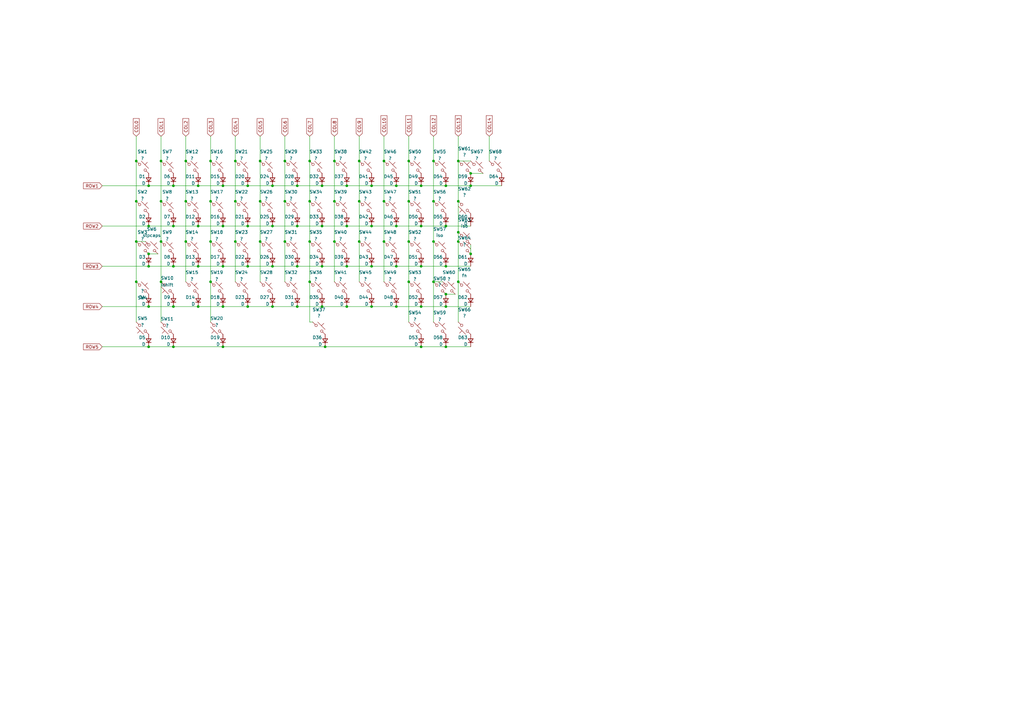
<source format=kicad_sch>
(kicad_sch (version 20250114) (generator "eeschema") (generator_version "9.0")
  (paper "A3")
  (lib_symbols
    (symbol "Device:D_Small" (pin_numbers (hide yes)) (pin_names (offset 0.254) (hide yes))
      (property "Reference" "D" (at -1.27 2.032 0))
      (property "Value" "D_Small" (at -3.81 -2.032 0))
      (symbol "D_Small_0_1"
        (polyline (pts (xy -0.762 0) (xy 0.762 0)))
        (polyline (pts (xy -0.762 -1.016) (xy -0.762 1.016)) (stroke (width 0.254)))
        (polyline (pts (xy 0.762 -1.016) (xy -0.762 0) (xy 0.762 1.016) (xy 0.762 -1.016)) (stroke (width 0.254)))
      )
      (symbol "D_Small_1_1"
        (pin passive line (at -2.54 0 0) (length 1.778) (name "K") (number "1"))
        (pin passive line (at 2.54 0 180) (length 1.778) (name "A") (number "2"))
      )
    )
    (symbol "marbastlib-mx:MX_SW_HS" (pin_numbers (hide yes)) (pin_names (offset 1.016) (hide yes))
      (property "Reference" "SW" (at 3.048 1.016 0))
      (property "Value" "MX_SW_HS" (at 0 -3.81 0))
      (symbol "MX_SW_HS_0_1"
        (polyline (pts (xy -2.54 2.54) (xy -1.524 1.524) (xy -1.524 1.524)))
        (circle (center -1.1684 1.1684) (radius 0.508))
        (polyline (pts (xy -0.508 2.54) (xy 2.54 -0.508)))
        (polyline (pts (xy 1.016 1.016) (xy 2.032 2.032)))
        (circle (center 1.143 -1.1938) (radius 0.508))
        (polyline (pts (xy 1.524 -1.524) (xy 2.54 -2.54) (xy 2.54 -2.54) (xy 2.54 -2.54)))
        (pin passive line (at -2.54 2.54 0) (length 0) (name "1") (number "1"))
        (pin passive line (at 2.54 -2.54 180) (length 0) (name "2") (number "2"))
      )
    )
  )
  (junction (at 187.96 66.04))
  (junction (at 71.12 142.24))
  (junction (at 76.2 82.55))
  (junction (at 66.04 99.06))
  (junction (at 187.96 99.06))
  (junction (at 127 82.55))
  (junction (at 162.56 109.22))
  (junction (at 60.96 142.24))
  (junction (at 91.44 142.24))
  (junction (at 182.88 142.24))
  (junction (at 111.76 125.73))
  (junction (at 132.08 109.22))
  (junction (at 86.36 82.55))
  (junction (at 101.6 76.2))
  (junction (at 142.24 76.2))
  (junction (at 121.92 125.73))
  (junction (at 167.64 99.06))
  (junction (at 187.96 82.55))
  (junction (at 96.52 82.55))
  (junction (at 172.72 109.22))
  (junction (at 167.64 115.57))
  (junction (at 60.96 109.22))
  (junction (at 127 115.57))
  (junction (at 86.36 115.57))
  (junction (at 152.4 92.71))
  (junction (at 157.48 99.06))
  (junction (at 157.48 66.04))
  (junction (at 142.24 125.73))
  (junction (at 167.64 82.55))
  (junction (at 182.88 109.22))
  (junction (at 81.28 76.2))
  (junction (at 172.72 142.24))
  (junction (at 55.88 66.04))
  (junction (at 142.24 92.71))
  (junction (at 157.48 82.55))
  (junction (at 193.04 104.14))
  (junction (at 60.96 125.73))
  (junction (at 76.2 66.04))
  (junction (at 81.28 92.71))
  (junction (at 187.96 95.25))
  (junction (at 86.36 99.06))
  (junction (at 60.96 92.71))
  (junction (at 152.4 109.22))
  (junction (at 182.88 120.65))
  (junction (at 71.12 125.73))
  (junction (at 177.8 99.06))
  (junction (at 121.92 109.22))
  (junction (at 111.76 109.22))
  (junction (at 177.8 66.04))
  (junction (at 121.92 92.71))
  (junction (at 133.35 142.24))
  (junction (at 142.24 109.22))
  (junction (at 101.6 109.22))
  (junction (at 167.64 66.04))
  (junction (at 137.16 99.06))
  (junction (at 60.96 76.2))
  (junction (at 116.84 82.55))
  (junction (at 147.32 82.55))
  (junction (at 96.52 66.04))
  (junction (at 66.04 82.55))
  (junction (at 147.32 66.04))
  (junction (at 86.36 66.04))
  (junction (at 132.08 92.71))
  (junction (at 162.56 76.2))
  (junction (at 91.44 109.22))
  (junction (at 66.04 115.57))
  (junction (at 55.88 99.06))
  (junction (at 55.88 82.55))
  (junction (at 152.4 76.2))
  (junction (at 111.76 92.71))
  (junction (at 137.16 66.04))
  (junction (at 127 66.04))
  (junction (at 91.44 76.2))
  (junction (at 187.96 115.57))
  (junction (at 106.68 99.06))
  (junction (at 66.04 66.04))
  (junction (at 147.32 99.06))
  (junction (at 172.72 76.2))
  (junction (at 182.88 92.71))
  (junction (at 193.04 71.12))
  (junction (at 132.08 76.2))
  (junction (at 81.28 125.73))
  (junction (at 182.88 76.2))
  (junction (at 96.52 99.06))
  (junction (at 76.2 99.06))
  (junction (at 116.84 99.06))
  (junction (at 106.68 66.04))
  (junction (at 172.72 125.73))
  (junction (at 182.88 125.73))
  (junction (at 193.04 76.2))
  (junction (at 162.56 125.73))
  (junction (at 177.8 82.55))
  (junction (at 137.16 82.55))
  (junction (at 71.12 92.71))
  (junction (at 71.12 109.22))
  (junction (at 127 99.06))
  (junction (at 101.6 125.73))
  (junction (at 177.8 115.57))
  (junction (at 60.96 104.14))
  (junction (at 172.72 92.71))
  (junction (at 121.92 76.2))
  (junction (at 55.88 115.57))
  (junction (at 81.28 109.22))
  (junction (at 152.4 125.73))
  (junction (at 116.84 66.04))
  (junction (at 71.12 76.2))
  (junction (at 91.44 125.73))
  (junction (at 106.68 82.55))
  (junction (at 132.08 125.73))
  (junction (at 111.76 76.2))
  (junction (at 101.6 92.71))
  (junction (at 162.56 92.71))
  (junction (at 91.44 92.71))
  (wire (pts (xy 137.16 99.06) (xy 137.16 115.57)))
  (wire (pts (xy 101.6 76.2) (xy 111.76 76.2)))
  (wire (pts (xy 66.04 82.55) (xy 66.04 99.06)))
  (wire (pts (xy 60.96 125.73) (xy 71.12 125.73)))
  (wire (pts (xy 66.04 115.57) (xy 66.04 132.08)))
  (wire (pts (xy 152.4 92.71) (xy 162.56 92.71)))
  (wire (pts (xy 187.96 95.25) (xy 187.96 99.06)))
  (wire (pts (xy 127 82.55) (xy 127 99.06)))
  (wire (pts (xy 106.68 55.88) (xy 106.68 66.04)))
  (wire (pts (xy 60.96 109.22) (xy 71.12 109.22)))
  (wire (pts (xy 132.08 76.2) (xy 142.24 76.2)))
  (wire (pts (xy 167.64 66.04) (xy 167.64 82.55)))
  (wire (pts (xy 152.4 76.2) (xy 162.56 76.2)))
  (wire (pts (xy 91.44 76.2) (xy 101.6 76.2)))
  (wire (pts (xy 177.8 115.57) (xy 177.8 132.08)))
  (wire (pts (xy 198.12 71.12) (xy 193.04 71.12)))
  (wire (pts (xy 86.36 66.04) (xy 86.36 82.55)))
  (wire (pts (xy 133.35 142.24) (xy 172.72 142.24)))
  (wire (pts (xy 182.88 142.24) (xy 193.04 142.24)))
  (wire (pts (xy 167.64 115.57) (xy 167.64 132.08)))
  (wire (pts (xy 177.8 99.06) (xy 177.8 115.57)))
  (wire (pts (xy 187.96 99.06) (xy 187.96 115.57)))
  (wire (pts (xy 127 115.57) (xy 127 132.08)))
  (wire (pts (xy 147.32 55.88) (xy 147.32 66.04)))
  (wire (pts (xy 41.91 76.2) (xy 60.96 76.2)))
  (wire (pts (xy 157.48 99.06) (xy 157.48 115.57)))
  (wire (pts (xy 86.36 55.88) (xy 86.36 66.04)))
  (wire (pts (xy 172.72 92.71) (xy 182.88 92.71)))
  (wire (pts (xy 60.96 92.71) (xy 71.12 92.71)))
  (wire (pts (xy 147.32 66.04) (xy 147.32 82.55)))
  (wire (pts (xy 127 99.06) (xy 127 115.57)))
  (wire (pts (xy 142.24 92.71) (xy 152.4 92.71)))
  (wire (pts (xy 132.08 125.73) (xy 142.24 125.73)))
  (wire (pts (xy 157.48 66.04) (xy 157.48 82.55)))
  (wire (pts (xy 116.84 66.04) (xy 116.84 82.55)))
  (wire (pts (xy 86.36 82.55) (xy 86.36 99.06)))
  (wire (pts (xy 187.96 115.57) (xy 187.96 132.08)))
  (wire (pts (xy 147.32 82.55) (xy 147.32 99.06)))
  (wire (pts (xy 137.16 55.88) (xy 137.16 66.04)))
  (wire (pts (xy 71.12 142.24) (xy 91.44 142.24)))
  (wire (pts (xy 193.04 76.2) (xy 205.74 76.2)))
  (wire (pts (xy 66.04 99.06) (xy 66.04 115.57)))
  (wire (pts (xy 193.04 100.33) (xy 193.04 104.14)))
  (wire (pts (xy 121.92 109.22) (xy 132.08 109.22)))
  (wire (pts (xy 111.76 109.22) (xy 121.92 109.22)))
  (wire (pts (xy 177.8 55.88) (xy 177.8 66.04)))
  (wire (pts (xy 81.28 76.2) (xy 91.44 76.2)))
  (wire (pts (xy 147.32 99.06) (xy 147.32 115.57)))
  (wire (pts (xy 59.69 99.06) (xy 55.88 99.06)))
  (wire (pts (xy 101.6 125.73) (xy 111.76 125.73)))
  (wire (pts (xy 71.12 109.22) (xy 81.28 109.22)))
  (wire (pts (xy 167.64 82.55) (xy 167.64 99.06)))
  (wire (pts (xy 55.88 55.88) (xy 55.88 66.04)))
  (wire (pts (xy 116.84 82.55) (xy 116.84 99.06)))
  (wire (pts (xy 91.44 125.73) (xy 101.6 125.73)))
  (wire (pts (xy 132.08 92.71) (xy 142.24 92.71)))
  (wire (pts (xy 55.88 82.55) (xy 55.88 99.06)))
  (wire (pts (xy 187.96 66.04) (xy 187.96 82.55)))
  (wire (pts (xy 177.8 66.04) (xy 177.8 82.55)))
  (wire (pts (xy 167.64 99.06) (xy 167.64 115.57)))
  (wire (pts (xy 182.88 109.22) (xy 172.72 109.22)))
  (wire (pts (xy 162.56 92.71) (xy 172.72 92.71)))
  (wire (pts (xy 187.96 55.88) (xy 187.96 66.04)))
  (wire (pts (xy 116.84 99.06) (xy 116.84 115.57)))
  (wire (pts (xy 152.4 109.22) (xy 162.56 109.22)))
  (wire (pts (xy 96.52 99.06) (xy 96.52 115.57)))
  (wire (pts (xy 96.52 82.55) (xy 96.52 99.06)))
  (wire (pts (xy 200.66 55.88) (xy 200.66 66.04)))
  (wire (pts (xy 142.24 125.73) (xy 152.4 125.73)))
  (wire (pts (xy 121.92 76.2) (xy 132.08 76.2)))
  (wire (pts (xy 55.88 99.06) (xy 55.88 115.57)))
  (wire (pts (xy 157.48 82.55) (xy 157.48 99.06)))
  (wire (pts (xy 172.72 125.73) (xy 182.88 125.73)))
  (wire (pts (xy 121.92 92.71) (xy 132.08 92.71)))
  (wire (pts (xy 76.2 82.55) (xy 76.2 99.06)))
  (wire (pts (xy 182.88 125.73) (xy 193.04 125.73)))
  (wire (pts (xy 101.6 92.71) (xy 111.76 92.71)))
  (wire (pts (xy 106.68 66.04) (xy 106.68 82.55)))
  (wire (pts (xy 137.16 82.55) (xy 137.16 99.06)))
  (wire (pts (xy 121.92 125.73) (xy 132.08 125.73)))
  (wire (pts (xy 142.24 76.2) (xy 152.4 76.2)))
  (wire (pts (xy 106.68 99.06) (xy 106.68 115.57)))
  (wire (pts (xy 111.76 125.73) (xy 121.92 125.73)))
  (wire (pts (xy 64.77 104.14) (xy 60.96 104.14)))
  (wire (pts (xy 106.68 82.55) (xy 106.68 99.06)))
  (wire (pts (xy 91.44 92.71) (xy 101.6 92.71)))
  (wire (pts (xy 81.28 109.22) (xy 91.44 109.22)))
  (wire (pts (xy 71.12 76.2) (xy 81.28 76.2)))
  (wire (pts (xy 132.08 109.22) (xy 142.24 109.22)))
  (wire (pts (xy 127 66.04) (xy 127 82.55)))
  (wire (pts (xy 187.96 82.55) (xy 187.96 95.25)))
  (wire (pts (xy 81.28 125.73) (xy 91.44 125.73)))
  (wire (pts (xy 86.36 99.06) (xy 86.36 115.57)))
  (wire (pts (xy 177.8 82.55) (xy 177.8 99.06)))
  (wire (pts (xy 60.96 142.24) (xy 71.12 142.24)))
  (wire (pts (xy 96.52 66.04) (xy 96.52 82.55)))
  (wire (pts (xy 142.24 109.22) (xy 152.4 109.22)))
  (wire (pts (xy 167.64 55.88) (xy 167.64 66.04)))
  (wire (pts (xy 162.56 109.22) (xy 172.72 109.22)))
  (wire (pts (xy 91.44 109.22) (xy 101.6 109.22)))
  (wire (pts (xy 172.72 76.2) (xy 182.88 76.2)))
  (wire (pts (xy 152.4 125.73) (xy 162.56 125.73)))
  (wire (pts (xy 41.91 92.71) (xy 60.96 92.71)))
  (wire (pts (xy 137.16 66.04) (xy 137.16 82.55)))
  (wire (pts (xy 41.91 109.22) (xy 60.96 109.22)))
  (wire (pts (xy 116.84 55.88) (xy 116.84 66.04)))
  (wire (pts (xy 41.91 142.24) (xy 60.96 142.24)))
  (wire (pts (xy 162.56 125.73) (xy 172.72 125.73)))
  (wire (pts (xy 111.76 92.71) (xy 121.92 92.71)))
  (wire (pts (xy 182.88 92.71) (xy 193.04 92.71)))
  (wire (pts (xy 172.72 142.24) (xy 182.88 142.24)))
  (wire (pts (xy 76.2 66.04) (xy 76.2 82.55)))
  (wire (pts (xy 41.91 125.73) (xy 60.96 125.73)))
  (wire (pts (xy 127 132.08) (xy 128.27 132.08)))
  (wire (pts (xy 91.44 142.24) (xy 133.35 142.24)))
  (wire (pts (xy 55.88 66.04) (xy 55.88 82.55)))
  (wire (pts (xy 182.88 76.2) (xy 193.04 76.2)))
  (wire (pts (xy 76.2 55.88) (xy 76.2 66.04)))
  (wire (pts (xy 157.48 55.88) (xy 157.48 66.04)))
  (wire (pts (xy 86.36 115.57) (xy 86.36 132.08)))
  (wire (pts (xy 193.04 66.04) (xy 187.96 66.04)))
  (wire (pts (xy 111.76 76.2) (xy 121.92 76.2)))
  (wire (pts (xy 81.28 92.71) (xy 91.44 92.71)))
  (wire (pts (xy 76.2 99.06) (xy 76.2 115.57)))
  (wire (pts (xy 60.96 76.2) (xy 71.12 76.2)))
  (wire (pts (xy 162.56 76.2) (xy 172.72 76.2)))
  (wire (pts (xy 127 55.88) (xy 127 66.04)))
  (wire (pts (xy 96.52 55.88) (xy 96.52 66.04)))
  (wire (pts (xy 66.04 55.88) (xy 66.04 66.04)))
  (wire (pts (xy 55.88 115.57) (xy 55.88 132.08)))
  (wire (pts (xy 71.12 92.71) (xy 81.28 92.71)))
  (wire (pts (xy 186.69 120.65) (xy 182.88 120.65)))
  (wire (pts (xy 193.04 109.22) (xy 182.88 109.22)))
  (wire (pts (xy 181.61 115.57) (xy 177.8 115.57)))
  (wire (pts (xy 101.6 109.22) (xy 111.76 109.22)))
  (wire (pts (xy 71.12 125.73) (xy 81.28 125.73)))
  (wire (pts (xy 66.04 66.04) (xy 66.04 82.55)))
  (global_label "COL10" (shape input) (at 157.48 55.88 90) (property "Intersheetrefs" "${INTERSHEET_REFS}" (effects (hide yes))))
  (global_label "COL2" (shape input) (at 76.2 55.88 90) (property "Intersheetrefs" "${INTERSHEET_REFS}" (effects (hide yes))))
  (global_label "ROW3" (shape input) (at 41.91 109.22 180) (property "Intersheetrefs" "${INTERSHEET_REFS}" (effects (hide yes))))
  (global_label "COL1" (shape input) (at 66.04 55.88 90) (property "Intersheetrefs" "${INTERSHEET_REFS}" (effects (hide yes))))
  (global_label "ROW2" (shape input) (at 41.91 92.71 180) (property "Intersheetrefs" "${INTERSHEET_REFS}" (effects (hide yes))))
  (global_label "COL8" (shape input) (at 137.16 55.88 90) (property "Intersheetrefs" "${INTERSHEET_REFS}" (effects (hide yes))))
  (global_label "COL4" (shape input) (at 96.52 55.88 90) (property "Intersheetrefs" "${INTERSHEET_REFS}" (effects (hide yes))))
  (global_label "COL7" (shape input) (at 127 55.88 90) (property "Intersheetrefs" "${INTERSHEET_REFS}" (effects (hide yes))))
  (global_label "ROW4" (shape input) (at 41.91 125.73 180) (property "Intersheetrefs" "${INTERSHEET_REFS}" (effects (hide yes))))
  (global_label "COL5" (shape input) (at 106.68 55.88 90) (property "Intersheetrefs" "${INTERSHEET_REFS}" (effects (hide yes))))
  (global_label "COL13" (shape input) (at 187.96 55.88 90) (property "Intersheetrefs" "${INTERSHEET_REFS}" (effects (hide yes))))
  (global_label "ROW5" (shape input) (at 41.91 142.24 180) (property "Intersheetrefs" "${INTERSHEET_REFS}" (effects (hide yes))))
  (global_label "ROW1" (shape input) (at 41.91 76.2 180) (property "Intersheetrefs" "${INTERSHEET_REFS}" (effects (hide yes))))
  (global_label "COL0" (shape input) (at 55.88 55.88 90) (property "Intersheetrefs" "${INTERSHEET_REFS}" (effects (hide yes))))
  (global_label "COL12" (shape input) (at 177.8 55.88 90) (property "Intersheetrefs" "${INTERSHEET_REFS}" (effects (hide yes))))
  (global_label "COL11" (shape input) (at 167.64 55.88 90) (property "Intersheetrefs" "${INTERSHEET_REFS}" (effects (hide yes))))
  (global_label "COL3" (shape input) (at 86.36 55.88 90) (property "Intersheetrefs" "${INTERSHEET_REFS}" (effects (hide yes))))
  (global_label "COL9" (shape input) (at 147.32 55.88 90) (property "Intersheetrefs" "${INTERSHEET_REFS}" (effects (hide yes))))
  (global_label "COL6" (shape input) (at 116.84 55.88 90) (property "Intersheetrefs" "${INTERSHEET_REFS}" (effects (hide yes))))
  (global_label "COL14" (shape input) (at 200.66 55.88 90) (property "Intersheetrefs" "${INTERSHEET_REFS}" (effects (hide yes))))
  (symbol (lib_id "Device:D_Small") (at 91.44 73.66 90) (unit 1)
    (property "Reference" "D15" (at 90.17 72.39 90) (effects (justify left)))
    (property "Value" "D" (at 90.17 75.1651 90) (effects (justify left)))
    (property "Footprint" "Diode_SMD:D_SOD-123" (effects (hide yes)))
  )
  (symbol (lib_id "marbastlib-mx:MX_SW_HS") (at 170.18 101.6 0) (unit 1)
    (property "Reference" "SW52" (at 170.18 95.2205 0))
    (property "Value" "?" (at 170.18 97.9956 0))
    (property "Footprint" "Battery:MX-Solderable-1U" (effects (hide yes)))
    (property "LCSC" "C5156480" (effects (hide yes)))
  )
  (symbol (lib_id "marbastlib-mx:MX_SW_HS") (at 58.42 118.11 0) (unit 1)
    (property "Reference" "SW4" (at 58.42 122.1551 0))
    (property "Value" "?" (at 58.42 119.38 0))
    (property "Footprint" "Battery:MX-Solderable-2.25U" (effects (hide yes)))
    (property "LCSC" "C5156480" (effects (hide yes)))
  )
  (symbol (lib_id "Device:D_Small") (at 162.56 90.17 90) (unit 1)
    (property "Reference" "D46" (at 161.29 88.9 90) (effects (justify left)))
    (property "Value" "D" (at 161.29 91.6751 90) (effects (justify left)))
    (property "Footprint" "Diode_SMD:D_SOD-123" (effects (hide yes)))
  )
  (symbol (lib_id "marbastlib-mx:MX_SW_HS") (at 109.22 85.09 0) (unit 1)
    (property "Reference" "SW26" (at 109.22 78.7105 0))
    (property "Value" "?" (at 109.22 81.4856 0))
    (property "Footprint" "Battery:MX-Solderable-1U" (effects (hide yes)))
    (property "LCSC" "C5156480" (effects (hide yes)))
  )
  (symbol (lib_id "marbastlib-mx:MX_SW_HS") (at 88.9 101.6 0) (unit 1)
    (property "Reference" "SW18" (at 88.9 95.2205 0))
    (property "Value" "?" (at 88.9 97.9956 0))
    (property "Footprint" "Battery:MX-Solderable-1U" (effects (hide yes)))
    (property "LCSC" "C5156480" (effects (hide yes)))
  )
  (symbol (lib_id "Device:D_Small") (at 60.96 73.66 90) (unit 1)
    (property "Reference" "D1" (at 59.69 72.39 90) (effects (justify left)))
    (property "Value" "D" (at 59.69 75.1651 90) (effects (justify left)))
    (property "Footprint" "Diode_SMD:D_SOD-123" (effects (hide yes)))
  )
  (symbol (lib_id "marbastlib-mx:MX_SW_HS") (at 119.38 68.58 0) (unit 1)
    (property "Reference" "SW29" (at 119.38 62.2005 0))
    (property "Value" "?" (at 119.38 64.9756 0))
    (property "Footprint" "Battery:MX-Solderable-1U" (effects (hide yes)))
    (property "LCSC" "C5156480" (effects (hide yes)))
  )
  (symbol (lib_id "marbastlib-mx:MX_SW_HS") (at 149.86 101.6 0) (unit 1)
    (property "Reference" "SW44" (at 149.86 95.2205 0))
    (property "Value" "?" (at 149.86 97.9956 0))
    (property "Footprint" "Battery:MX-Solderable-1U" (effects (hide yes)))
    (property "LCSC" "C5156480" (effects (hide yes)))
  )
  (symbol (lib_id "marbastlib-mx:MX_SW_HS") (at 203.2 68.58 0) (unit 1)
    (property "Reference" "SW68" (at 203.2 62.2005 0))
    (property "Value" "?" (at 203.2 64.9756 0))
    (property "Footprint" "Battery:MX-Solderable-1U" (effects (hide yes)))
    (property "LCSC" "C5156480" (effects (hide yes)))
  )
  (symbol (lib_id "Device:D_Small") (at 91.44 139.7 90) (unit 1)
    (property "Reference" "D19" (at 90.17 138.43 90) (effects (justify left)))
    (property "Value" "D" (at 90.17 141.2051 90) (effects (justify left)))
    (property "Footprint" "Diode_SMD:D_SOD-123" (effects (hide yes)))
  )
  (symbol (lib_id "Device:D_Small") (at 111.76 106.68 90) (unit 1)
    (property "Reference" "D26" (at 110.49 105.41 90) (effects (justify left)))
    (property "Value" "D" (at 110.49 108.1851 90) (effects (justify left)))
    (property "Footprint" "Diode_SMD:D_SOD-123" (effects (hide yes)))
  )
  (symbol (lib_id "marbastlib-mx:MX_SW_HS") (at 99.06 118.11 0) (unit 1)
    (property "Reference" "SW24" (at 99.06 111.7305 0))
    (property "Value" "?" (at 99.06 114.5056 0))
    (property "Footprint" "Battery:MX-Solderable-1U" (effects (hide yes)))
    (property "LCSC" "C5156480" (effects (hide yes)))
  )
  (symbol (lib_id "marbastlib-mx:MX_SW_HS") (at 109.22 118.11 0) (unit 1)
    (property "Reference" "SW28" (at 109.22 111.7305 0))
    (property "Value" "?" (at 109.22 114.5056 0))
    (property "Footprint" "Battery:MX-Solderable-1U" (effects (hide yes)))
    (property "LCSC" "C5156480" (effects (hide yes)))
  )
  (symbol (lib_id "marbastlib-mx:MX_SW_HS") (at 190.5 85.09 180) (unit 1)
    (property "Reference" "SW62" (at 190.5 77.47 0))
    (property "Value" "?" (at 190.5 80.01 0))
    (property "Footprint" "Battery:MX-Solderable-1.5U" (effects (hide yes)))
    (property "LCSC" "C5156480" (effects (hide yes)))
  )
  (symbol (lib_id "marbastlib-mx:MX_SW_HS") (at 184.15 118.11 0) (unit 1)
    (property "Reference" "SW60" (at 184.15 111.7305 0))
    (property "Value" "?" (at 184.15 114.5056 0))
    (property "Footprint" "Battery:MX-Solderable-1.75U" (effects (hide yes)))
    (property "LCSC" "C5156480" (effects (hide yes)))
  )
  (symbol (lib_id "marbastlib-mx:MX_SW_HS") (at 139.7 118.11 0) (unit 1)
    (property "Reference" "SW41" (at 139.7 111.7305 0))
    (property "Value" "?" (at 139.7 114.5056 0))
    (property "Footprint" "Battery:MX-Solderable-1U" (effects (hide yes)))
    (property "LCSC" "C5156480" (effects (hide yes)))
  )
  (symbol (lib_id "marbastlib-mx:MX_SW_HS") (at 160.02 68.58 0) (unit 1)
    (property "Reference" "SW46" (at 160.02 62.2005 0))
    (property "Value" "?" (at 160.02 64.9756 0))
    (property "Footprint" "Battery:MX-Solderable-1U" (effects (hide yes)))
    (property "LCSC" "C5156480" (effects (hide yes)))
  )
  (symbol (lib_id "marbastlib-mx:MX_SW_HS") (at 190.5 134.62 180) (unit 1)
    (property "Reference" "SW66" (at 190.5 127 0))
    (property "Value" "?" (at 190.5 129.54 0))
    (property "Footprint" "Battery:MX-Solderable-1.5U" (effects (hide yes)))
    (property "LCSC" "C5156480" (effects (hide yes)))
  )
  (symbol (lib_id "Device:D_Small") (at 152.4 73.66 90) (unit 1)
    (property "Reference" "D41" (at 151.13 72.39 90) (effects (justify left)))
    (property "Value" "D" (at 151.13 75.1651 90) (effects (justify left)))
    (property "Footprint" "Diode_SMD:D_SOD-123" (effects (hide yes)))
  )
  (symbol (lib_id "Device:D_Small") (at 172.72 123.19 90) (unit 1)
    (property "Reference" "D52" (at 171.45 121.92 90) (effects (justify left)))
    (property "Value" "D" (at 171.45 124.6951 90) (effects (justify left)))
    (property "Footprint" "Diode_SMD:D_SOD-123" (effects (hide yes)))
  )
  (symbol (lib_id "Device:D_Small") (at 71.12 90.17 90) (unit 1)
    (property "Reference" "D7" (at 69.85 88.9 90) (effects (justify left)))
    (property "Value" "D" (at 69.85 91.6751 90) (effects (justify left)))
    (property "Footprint" "Diode_SMD:D_SOD-123" (effects (hide yes)))
  )
  (symbol (lib_id "marbastlib-mx:MX_SW_HS") (at 149.86 118.11 0) (unit 1)
    (property "Reference" "SW45" (at 149.86 111.7305 0))
    (property "Value" "?" (at 149.86 114.5056 0))
    (property "Footprint" "Battery:MX-Solderable-1U" (effects (hide yes)))
    (property "LCSC" "C5156480" (effects (hide yes)))
  )
  (symbol (lib_id "Device:D_Small") (at 193.04 73.66 90) (unit 1)
    (property "Reference" "D59" (at 191.77 72.39 90) (effects (justify left)))
    (property "Value" "D" (at 191.77 75.1651 90) (effects (justify left)))
    (property "Footprint" "Diode_SMD:D_SOD-123" (effects (hide yes)))
  )
  (symbol (lib_id "marbastlib-mx:MX_SW_HS") (at 170.18 85.09 0) (unit 1)
    (property "Reference" "SW51" (at 170.18 78.7105 0))
    (property "Value" "?" (at 170.18 81.4856 0))
    (property "Footprint" "Battery:MX-Solderable-1U" (effects (hide yes)))
    (property "LCSC" "C5156480" (effects (hide yes)))
  )
  (symbol (lib_id "Device:D_Small") (at 193.04 139.7 90) (unit 1)
    (property "Reference" "D63" (at 191.77 138.43 90) (effects (justify left)))
    (property "Value" "D" (at 191.77 141.2051 90) (effects (justify left)))
    (property "Footprint" "Diode_SMD:D_SOD-123" (effects (hide yes)))
  )
  (symbol (lib_id "marbastlib-mx:MX_SW_HS") (at 170.18 118.11 0) (unit 1)
    (property "Reference" "SW53" (at 170.18 111.7305 0))
    (property "Value" "?" (at 170.18 114.5056 0))
    (property "Footprint" "Battery:MX-Solderable-1U" (effects (hide yes)))
    (property "LCSC" "C5156480" (effects (hide yes)))
  )
  (symbol (lib_id "marbastlib-mx:MX_SW_HS") (at 88.9 68.58 0) (unit 1)
    (property "Reference" "SW16" (at 88.9 62.2005 0))
    (property "Value" "?" (at 88.9 64.9756 0))
    (property "Footprint" "Battery:MX-Solderable-1U" (effects (hide yes)))
    (property "LCSC" "C5156480" (effects (hide yes)))
  )
  (symbol (lib_id "Device:D_Small") (at 121.92 90.17 90) (unit 1)
    (property "Reference" "D29" (at 120.65 88.9 90) (effects (justify left)))
    (property "Value" "D" (at 120.65 91.6751 90) (effects (justify left)))
    (property "Footprint" "Diode_SMD:D_SOD-123" (effects (hide yes)))
  )
  (symbol (lib_id "Device:D_Small") (at 71.12 106.68 90) (unit 1)
    (property "Reference" "D8" (at 69.85 105.41 90) (effects (justify left)))
    (property "Value" "D" (at 69.85 108.1851 90) (effects (justify left)))
    (property "Footprint" "Diode_SMD:D_SOD-123" (effects (hide yes)))
  )
  (symbol (lib_id "marbastlib-mx:MX_SW_HS") (at 78.74 85.09 0) (unit 1)
    (property "Reference" "SW13" (at 78.74 78.7105 0))
    (property "Value" "?" (at 78.74 81.4856 0))
    (property "Footprint" "Battery:MX-Solderable-1U" (effects (hide yes)))
    (property "LCSC" "C5156480" (effects (hide yes)))
  )
  (symbol (lib_id "Device:D_Small") (at 81.28 90.17 90) (unit 1)
    (property "Reference" "D12" (at 80.01 88.9 90) (effects (justify left)))
    (property "Value" "D" (at 80.01 91.6751 90) (effects (justify left)))
    (property "Footprint" "Diode_SMD:D_SOD-123" (effects (hide yes)))
  )
  (symbol (lib_id "Device:D_Small") (at 193.04 90.17 90) (unit 1)
    (property "Reference" "D60" (at 191.77 88.9 90) (effects (justify left)))
    (property "Value" "D" (at 191.77 91.6751 90) (effects (justify left)))
    (property "Footprint" "Diode_SMD:D_SOD-123" (effects (hide yes)))
  )
  (symbol (lib_id "marbastlib-mx:MX_SW_HS") (at 129.54 118.11 0) (unit 1)
    (property "Reference" "SW36" (at 129.54 111.7305 0))
    (property "Value" "?" (at 129.54 114.5056 0))
    (property "Footprint" "Battery:MX-Solderable-1U" (effects (hide yes)))
    (property "LCSC" "C5156480" (effects (hide yes)))
  )
  (symbol (lib_id "Device:D_Small") (at 162.56 123.19 90) (unit 1)
    (property "Reference" "D48" (at 161.29 121.92 90) (effects (justify left)))
    (property "Value" "D" (at 161.29 124.6951 90) (effects (justify left)))
    (property "Footprint" "Diode_SMD:D_SOD-123" (effects (hide yes)))
  )
  (symbol (lib_id "marbastlib-mx:MX_SW_HS") (at 170.18 134.62 0) (unit 1)
    (property "Reference" "SW54" (at 170.18 128.2405 0))
    (property "Value" "?" (at 170.18 131.0156 0))
    (property "Footprint" "Battery:MX-Solderable-1.5U" (effects (hide yes)))
    (property "LCSC" "C5156480" (effects (hide yes)))
  )
  (symbol (lib_id "Device:D_Small") (at 182.88 123.19 90) (unit 1)
    (property "Reference" "D57" (at 181.61 121.92 90) (effects (justify left)))
    (property "Value" "D" (at 181.61 124.6951 90) (effects (justify left)))
    (property "Footprint" "Diode_SMD:D_SOD-123" (effects (hide yes)))
  )
  (symbol (lib_id "Device:D_Small") (at 182.88 139.7 90) (unit 1)
    (property "Reference" "D58" (at 181.61 138.43 90) (effects (justify left)))
    (property "Value" "D" (at 181.61 141.2051 90) (effects (justify left)))
    (property "Footprint" "Diode_SMD:D_SOD-123" (effects (hide yes)))
  )
  (symbol (lib_id "Device:D_Small") (at 172.72 73.66 90) (unit 1)
    (property "Reference" "D49" (at 171.45 72.39 90) (effects (justify left)))
    (property "Value" "D" (at 171.45 75.1651 90) (effects (justify left)))
    (property "Footprint" "Diode_SMD:D_SOD-123" (effects (hide yes)))
  )
  (symbol (lib_id "Device:D_Small") (at 182.88 73.66 90) (unit 1)
    (property "Reference" "D54" (at 181.61 72.39 90) (effects (justify left)))
    (property "Value" "D" (at 181.61 75.1651 90) (effects (justify left)))
    (property "Footprint" "Diode_SMD:D_SOD-123" (effects (hide yes)))
  )
  (symbol (lib_id "Device:D_Small") (at 142.24 90.17 90) (unit 1)
    (property "Reference" "D38" (at 140.97 88.9 90) (effects (justify left)))
    (property "Value" "D" (at 140.97 91.6751 90) (effects (justify left)))
    (property "Footprint" "Diode_SMD:D_SOD-123" (effects (hide yes)))
  )
  (symbol (lib_id "Device:D_Small") (at 111.76 90.17 90) (unit 1)
    (property "Reference" "D25" (at 110.49 88.9 90) (effects (justify left)))
    (property "Value" "D" (at 110.49 91.6751 90) (effects (justify left)))
    (property "Footprint" "Diode_SMD:D_SOD-123" (effects (hide yes)))
  )
  (symbol (lib_id "marbastlib-mx:MX_SW_HS") (at 68.58 101.6 0) (unit 1)
    (property "Reference" "SW9" (at 68.58 95.2205 0))
    (property "Value" "?" (at 68.58 97.9956 0))
    (property "Footprint" "Battery:MX-Solderable-1U" (effects (hide yes)))
    (property "LCSC" "C5156480" (effects (hide yes)))
  )
  (symbol (lib_id "marbastlib-mx:MX_SW_HS") (at 119.38 118.11 0) (unit 1)
    (property "Reference" "SW32" (at 119.38 111.7305 0))
    (property "Value" "?" (at 119.38 114.5056 0))
    (property "Footprint" "Battery:MX-Solderable-1U" (effects (hide yes)))
    (property "LCSC" "C5156480" (effects (hide yes)))
  )
  (symbol (lib_id "marbastlib-mx:MX_SW_HS") (at 109.22 101.6 0) (unit 1)
    (property "Reference" "SW27" (at 109.22 95.2205 0))
    (property "Value" "?" (at 109.22 97.9956 0))
    (property "Footprint" "Battery:MX-Solderable-1U" (effects (hide yes)))
    (property "LCSC" "C5156480" (effects (hide yes)))
  )
  (symbol (lib_id "Device:D_Small") (at 71.12 73.66 90) (unit 1)
    (property "Reference" "D6" (at 69.85 72.39 90) (effects (justify left)))
    (property "Value" "D" (at 69.85 75.1651 90) (effects (justify left)))
    (property "Footprint" "Diode_SMD:D_SOD-123" (effects (hide yes)))
  )
  (symbol (lib_id "marbastlib-mx:MX_SW_HS") (at 190.5 97.79 0) (unit 1)
    (property "Reference" "SW63" (at 190.5 90.17 0))
    (property "Value" "iso" (at 190.5 92.71 0))
    (property "Footprint" "Battery:MX-Solderable-ISO" (effects (hide yes)))
    (property "LCSC" "C5156480" (effects (hide yes)))
  )
  (symbol (lib_id "Device:D_Small") (at 71.12 139.7 90) (unit 1)
    (property "Reference" "D10" (at 69.85 138.43 90) (effects (justify left)))
    (property "Value" "D" (at 69.85 141.2051 90) (effects (justify left)))
    (property "Footprint" "Diode_SMD:D_SOD-123" (effects (hide yes)))
  )
  (symbol (lib_id "marbastlib-mx:MX_SW_HS") (at 190.5 101.6 0) (unit 1)
    (property "Reference" "SW64" (at 190.5 97.5549 0))
    (property "Value" "?" (at 190.5 100.33 0))
    (property "Footprint" "Battery:MX-Solderable-2.25U-ReversedStabilizers" (effects (hide yes)))
    (property "LCSC" "C5156480" (effects (hide yes)))
  )
  (symbol (lib_id "marbastlib-mx:MX_SW_HS") (at 68.58 134.62 180) (unit 1)
    (property "Reference" "SW11" (at 68.58 130.81 0))
    (property "Value" "?" (at 68.58 133.5851 0))
    (property "Footprint" "Battery:MX-Solderable-1U" (effects (hide yes)))
    (property "LCSC" "C5156480" (effects (hide yes)))
  )
  (symbol (lib_id "marbastlib-mx:MX_SW_HS") (at 119.38 101.6 0) (unit 1)
    (property "Reference" "SW31" (at 119.38 95.2205 0))
    (property "Value" "?" (at 119.38 97.9956 0))
    (property "Footprint" "Battery:MX-Solderable-1U" (effects (hide yes)))
    (property "LCSC" "C5156480" (effects (hide yes)))
  )
  (symbol (lib_id "marbastlib-mx:MX_SW_HS") (at 109.22 68.58 0) (unit 1)
    (property "Reference" "SW25" (at 109.22 62.2005 0))
    (property "Value" "?" (at 109.22 64.9756 0))
    (property "Footprint" "Battery:MX-Solderable-1U" (effects (hide yes)))
    (property "LCSC" "C5156480" (effects (hide yes)))
  )
  (symbol (lib_id "Device:D_Small") (at 91.44 90.17 90) (unit 1)
    (property "Reference" "D16" (at 90.17 88.9 90) (effects (justify left)))
    (property "Value" "D" (at 90.17 91.6751 90) (effects (justify left)))
    (property "Footprint" "Diode_SMD:D_SOD-123" (effects (hide yes)))
  )
  (symbol (lib_id "Device:D_Small") (at 132.08 123.19 90) (unit 1)
    (property "Reference" "D35" (at 130.81 121.92 90) (effects (justify left)))
    (property "Value" "D" (at 130.81 124.6951 90) (effects (justify left)))
    (property "Footprint" "Diode_SMD:D_SOD-123" (effects (hide yes)))
  )
  (symbol (lib_id "Device:D_Small") (at 101.6 90.17 90) (unit 1)
    (property "Reference" "D21" (at 100.33 88.9 90) (effects (justify left)))
    (property "Value" "D" (at 100.33 91.6751 90) (effects (justify left)))
    (property "Footprint" "Diode_SMD:D_SOD-123" (effects (hide yes)))
  )
  (symbol (lib_id "Device:D_Small") (at 121.92 106.68 90) (unit 1)
    (property "Reference" "D30" (at 120.65 105.41 90) (effects (justify left)))
    (property "Value" "D" (at 120.65 108.1851 90) (effects (justify left)))
    (property "Footprint" "Diode_SMD:D_SOD-123" (effects (hide yes)))
  )
  (symbol (lib_id "Device:D_Small") (at 205.74 73.66 90) (unit 1)
    (property "Reference" "D64" (at 204.47 72.39 90) (effects (justify left)))
    (property "Value" "D" (at 204.47 75.1651 90) (effects (justify left)))
    (property "Footprint" "Diode_SMD:D_SOD-123" (effects (hide yes)))
  )
  (symbol (lib_id "marbastlib-mx:MX_SW_HS") (at 149.86 85.09 0) (unit 1)
    (property "Reference" "SW43" (at 149.86 78.7105 0))
    (property "Value" "?" (at 149.86 81.4856 0))
    (property "Footprint" "Battery:MX-Solderable-1U" (effects (hide yes)))
    (property "LCSC" "C5156480" (effects (hide yes)))
  )
  (symbol (lib_id "Device:D_Small") (at 60.96 90.17 90) (unit 1)
    (property "Reference" "D2" (at 59.69 88.9 90) (effects (justify left)))
    (property "Value" "D" (at 59.69 91.6751 90) (effects (justify left)))
    (property "Footprint" "Diode_SMD:D_SOD-123" (effects (hide yes)))
  )
  (symbol (lib_id "Device:D_Small") (at 172.72 106.68 90) (unit 1)
    (property "Reference" "D51" (at 171.45 105.41 90) (effects (justify left)))
    (property "Value" "D" (at 171.45 108.1851 90) (effects (justify left)))
    (property "Footprint" "Diode_SMD:D_SOD-123" (effects (hide yes)))
  )
  (symbol (lib_id "Device:D_Small") (at 142.24 106.68 90) (unit 1)
    (property "Reference" "D39" (at 140.97 105.41 90) (effects (justify left)))
    (property "Value" "D" (at 140.97 108.1851 90) (effects (justify left)))
    (property "Footprint" "Diode_SMD:D_SOD-123" (effects (hide yes)))
  )
  (symbol (lib_id "Device:D_Small") (at 193.04 106.68 90) (unit 1)
    (property "Reference" "D61" (at 191.77 105.41 90) (effects (justify left)))
    (property "Value" "D" (at 191.77 108.1851 90) (effects (justify left)))
    (property "Footprint" "Diode_SMD:D_SOD-123" (effects (hide yes)))
  )
  (symbol (lib_id "Device:D_Small") (at 132.08 73.66 90) (unit 1)
    (property "Reference" "D32" (at 130.81 72.39 90) (effects (justify left)))
    (property "Value" "D" (at 130.81 75.1651 90) (effects (justify left)))
    (property "Footprint" "Diode_SMD:D_SOD-123" (effects (hide yes)))
  )
  (symbol (lib_id "Device:D_Small") (at 101.6 73.66 90) (unit 1)
    (property "Reference" "D20" (at 100.33 72.39 90) (effects (justify left)))
    (property "Value" "D" (at 100.33 75.1651 90) (effects (justify left)))
    (property "Footprint" "Diode_SMD:D_SOD-123" (effects (hide yes)))
  )
  (symbol (lib_id "marbastlib-mx:MX_SW_HS") (at 160.02 118.11 0) (unit 1)
    (property "Reference" "SW49" (at 160.02 111.7305 0))
    (property "Value" "?" (at 160.02 114.5056 0))
    (property "Footprint" "Battery:MX-Solderable-1U" (effects (hide yes)))
    (property "LCSC" "C5156480" (effects (hide yes)))
  )
  (symbol (lib_id "marbastlib-mx:MX_SW_HS") (at 129.54 85.09 0) (unit 1)
    (property "Reference" "SW34" (at 129.54 78.7105 0))
    (property "Value" "?" (at 129.54 81.4856 0))
    (property "Footprint" "Battery:MX-Solderable-1U" (effects (hide yes)))
    (property "LCSC" "C5156480" (effects (hide yes)))
  )
  (symbol (lib_id "Device:D_Small") (at 121.92 73.66 90) (unit 1)
    (property "Reference" "D28" (at 120.65 72.39 90) (effects (justify left)))
    (property "Value" "D" (at 120.65 75.1651 90) (effects (justify left)))
    (property "Footprint" "Diode_SMD:D_SOD-123" (effects (hide yes)))
  )
  (symbol (lib_id "marbastlib-mx:MX_SW_HS") (at 62.23 101.6 0) (unit 1)
    (property "Reference" "SW6" (at 62.23 93.98 0))
    (property "Value" "stpcaps" (at 62.23 96.52 0))
    (property "Footprint" "Battery:MX-Solderable-1.25U" (effects (hide yes)))
    (property "LCSC" "C5156480" (effects (hide yes)))
  )
  (symbol (lib_id "Device:D_Small") (at 71.12 123.19 90) (unit 1)
    (property "Reference" "D9" (at 69.85 121.92 90) (effects (justify left)))
    (property "Value" "D" (at 69.85 124.6951 90) (effects (justify left)))
    (property "Footprint" "Diode_SMD:D_SOD-123" (effects (hide yes)))
  )
  (symbol (lib_id "marbastlib-mx:MX_SW_HS") (at 180.34 85.09 0) (unit 1)
    (property "Reference" "SW56" (at 180.34 78.7105 0))
    (property "Value" "?" (at 180.34 81.4856 0))
    (property "Footprint" "Battery:MX-Solderable-1U" (effects (hide yes)))
    (property "LCSC" "C5156480" (effects (hide yes)))
  )
  (symbol (lib_id "marbastlib-mx:MX_SW_HS") (at 139.7 101.6 0) (unit 1)
    (property "Reference" "SW40" (at 139.7 95.2205 0))
    (property "Value" "?" (at 139.7 97.9956 0))
    (property "Footprint" "Battery:MX-Solderable-1U" (effects (hide yes)))
    (property "LCSC" "C5156480" (effects (hide yes)))
  )
  (symbol (lib_id "Device:D_Small") (at 142.24 123.19 90) (unit 1)
    (property "Reference" "D40" (at 140.97 121.92 90) (effects (justify left)))
    (property "Value" "D" (at 140.97 124.6951 90) (effects (justify left)))
    (property "Footprint" "Diode_SMD:D_SOD-123" (effects (hide yes)))
  )
  (symbol (lib_id "Device:D_Small") (at 111.76 123.19 90) (unit 1)
    (property "Reference" "D27" (at 110.49 121.92 90) (effects (justify left)))
    (property "Value" "D" (at 110.49 124.6951 90) (effects (justify left)))
    (property "Footprint" "Diode_SMD:D_SOD-123" (effects (hide yes)))
  )
  (symbol (lib_id "Device:D_Small") (at 162.56 73.66 90) (unit 1)
    (property "Reference" "D45" (at 161.29 72.39 90) (effects (justify left)))
    (property "Value" "D" (at 161.29 75.1651 90) (effects (justify left)))
    (property "Footprint" "Diode_SMD:D_SOD-123" (effects (hide yes)))
  )
  (symbol (lib_id "marbastlib-mx:MX_SW_HS") (at 68.58 68.58 0) (unit 1)
    (property "Reference" "SW7" (at 68.58 62.2005 0))
    (property "Value" "?" (at 68.58 64.9756 0))
    (property "Footprint" "Battery:MX-Solderable-1U" (effects (hide yes)))
    (property "LCSC" "C5156480" (effects (hide yes)))
  )
  (symbol (lib_id "Device:D_Small") (at 152.4 90.17 90) (unit 1)
    (property "Reference" "D42" (at 151.13 88.9 90) (effects (justify left)))
    (property "Value" "D" (at 151.13 91.6751 90) (effects (justify left)))
    (property "Footprint" "Diode_SMD:D_SOD-123" (effects (hide yes)))
  )
  (symbol (lib_id "marbastlib-mx:MX_SW_HS") (at 58.42 68.58 0) (unit 1)
    (property "Reference" "SW1" (at 58.42 62.2005 0))
    (property "Value" "?" (at 58.42 64.9756 0))
    (property "Footprint" "Battery:MX-Solderable-1U" (effects (hide yes)))
    (property "LCSC" "C5156480" (effects (hide yes)))
  )
  (symbol (lib_id "marbastlib-mx:MX_SW_HS") (at 139.7 68.58 0) (unit 1)
    (property "Reference" "SW38" (at 139.7 62.2005 0))
    (property "Value" "?" (at 139.7 64.9756 0))
    (property "Footprint" "Battery:MX-Solderable-1U" (effects (hide yes)))
    (property "LCSC" "C5156480" (effects (hide yes)))
  )
  (symbol (lib_id "marbastlib-mx:MX_SW_HS") (at 78.74 68.58 0) (unit 1)
    (property "Reference" "SW12" (at 78.74 62.2005 0))
    (property "Value" "?" (at 78.74 64.9756 0))
    (property "Footprint" "Battery:MX-Solderable-1U" (effects (hide yes)))
    (property "LCSC" "C5156480" (effects (hide yes)))
  )
  (symbol (lib_id "Device:D_Small") (at 152.4 123.19 90) (unit 1)
    (property "Reference" "D44" (at 151.13 121.92 90) (effects (justify left)))
    (property "Value" "D" (at 151.13 124.6951 90) (effects (justify left)))
    (property "Footprint" "Diode_SMD:D_SOD-123" (effects (hide yes)))
  )
  (symbol (lib_id "marbastlib-mx:MX_SW_HS") (at 68.58 118.11 180) (unit 1)
    (property "Reference" "SW10" (at 68.58 114.0649 0))
    (property "Value" "lshift" (at 68.58 116.84 0))
    (property "Footprint" "Battery:MX-Solderable-1U" (effects (hide yes)))
    (property "LCSC" "C5156480" (effects (hide yes)))
  )
  (symbol (lib_id "marbastlib-mx:MX_SW_HS") (at 99.06 101.6 0) (unit 1)
    (property "Reference" "SW23" (at 99.06 95.2205 0))
    (property "Value" "?" (at 99.06 97.9956 0))
    (property "Footprint" "Battery:MX-Solderable-1U" (effects (hide yes)))
    (property "LCSC" "C5156480" (effects (hide yes)))
  )
  (symbol (lib_id "Device:D_Small") (at 132.08 106.68 90) (unit 1)
    (property "Reference" "D34" (at 130.81 105.41 90) (effects (justify left)))
    (property "Value" "D" (at 130.81 108.1851 90) (effects (justify left)))
    (property "Footprint" "Diode_SMD:D_SOD-123" (effects (hide yes)))
  )
  (symbol (lib_id "marbastlib-mx:MX_SW_HS") (at 88.9 118.11 0) (unit 1)
    (property "Reference" "SW19" (at 88.9 111.7305 0))
    (property "Value" "?" (at 88.9 114.5056 0))
    (property "Footprint" "Battery:MX-Solderable-1U" (effects (hide yes)))
    (property "LCSC" "C5156480" (effects (hide yes)))
  )
  (symbol (lib_id "marbastlib-mx:MX_SW_HS") (at 180.34 134.62 0) (unit 1)
    (property "Reference" "SW59" (at 180.34 128.2405 0))
    (property "Value" "?" (at 180.34 131.0156 0))
    (property "Footprint" "Battery:MX-Solderable-1U" (effects (hide yes)))
    (property "LCSC" "C5156480" (effects (hide yes)))
  )
  (symbol (lib_id "marbastlib-mx:MX_SW_HS") (at 180.34 101.6 0) (unit 1)
    (property "Reference" "SW57" (at 180.34 93.98 0))
    (property "Value" "iso" (at 180.34 96.52 0))
    (property "Footprint" "Battery:MX-Solderable-1U" (effects (hide yes)))
    (property "LCSC" "C5156480" (effects (hide yes)))
  )
  (symbol (lib_id "Device:D_Small") (at 172.72 90.17 90) (unit 1)
    (property "Reference" "D50" (at 171.45 88.9 90) (effects (justify left)))
    (property "Value" "D" (at 171.45 91.6751 90) (effects (justify left)))
    (property "Footprint" "Diode_SMD:D_SOD-123" (effects (hide yes)))
  )
  (symbol (lib_id "marbastlib-mx:MX_SW_HS") (at 58.42 134.62 180) (unit 1)
    (property "Reference" "SW5" (at 58.42 130.5749 0))
    (property "Value" "?" (at 58.42 133.35 0))
    (property "Footprint" "Battery:MX-Solderable-1.5U" (effects (hide yes)))
    (property "LCSC" "C5156480" (effects (hide yes)))
  )
  (symbol (lib_id "marbastlib-mx:MX_SW_HS") (at 180.34 68.58 0) (unit 1)
    (property "Reference" "SW55" (at 180.34 62.2005 0))
    (property "Value" "?" (at 180.34 64.9756 0))
    (property "Footprint" "Battery:MX-Solderable-1U" (effects (hide yes)))
    (property "LCSC" "C5156480" (effects (hide yes)))
  )
  (symbol (lib_id "marbastlib-mx:MX_SW_HS") (at 129.54 101.6 0) (unit 1)
    (property "Reference" "SW35" (at 129.54 95.2205 0))
    (property "Value" "?" (at 129.54 97.9956 0))
    (property "Footprint" "Battery:MX-Solderable-1U" (effects (hide yes)))
    (property "LCSC" "C5156480" (effects (hide yes)))
  )
  (symbol (lib_id "marbastlib-mx:MX_SW_HS") (at 195.58 68.58 0) (unit 1)
    (property "Reference" "SW67" (at 195.58 62.2005 0))
    (property "Value" "?" (at 195.58 64.9756 0))
    (property "Footprint" "Battery:MX-Solderable-1U" (effects (hide yes)))
    (property "LCSC" "C5156480" (effects (hide yes)))
  )
  (symbol (lib_id "Device:D_Small") (at 91.44 123.19 90) (unit 1)
    (property "Reference" "D18" (at 90.17 121.92 90) (effects (justify left)))
    (property "Value" "D" (at 90.17 124.6951 90) (effects (justify left)))
    (property "Footprint" "Diode_SMD:D_SOD-123" (effects (hide yes)))
  )
  (symbol (lib_id "marbastlib-mx:MX_SW_HS") (at 160.02 85.09 0) (unit 1)
    (property "Reference" "SW47" (at 160.02 78.7105 0))
    (property "Value" "?" (at 160.02 81.4856 0))
    (property "Footprint" "Battery:MX-Solderable-1U" (effects (hide yes)))
    (property "LCSC" "C5156480" (effects (hide yes)))
  )
  (symbol (lib_id "Device:D_Small") (at 133.35 139.7 90) (unit 1)
    (property "Reference" "D36" (at 132.08 138.43 90) (effects (justify left)))
    (property "Value" "D" (at 132.08 141.2051 90) (effects (justify left)))
    (property "Footprint" "Diode_SMD:D_SOD-123" (effects (hide yes)))
  )
  (symbol (lib_id "Device:D_Small") (at 81.28 123.19 90) (unit 1)
    (property "Reference" "D14" (at 80.01 121.92 90) (effects (justify left)))
    (property "Value" "D" (at 80.01 124.6951 90) (effects (justify left)))
    (property "Footprint" "Diode_SMD:D_SOD-123" (effects (hide yes)))
  )
  (symbol (lib_id "marbastlib-mx:MX_SW_HS") (at 99.06 85.09 0) (unit 1)
    (property "Reference" "SW22" (at 99.06 78.7105 0))
    (property "Value" "?" (at 99.06 81.4856 0))
    (property "Footprint" "Battery:MX-Solderable-1U" (effects (hide yes)))
    (property "LCSC" "C5156480" (effects (hide yes)))
  )
  (symbol (lib_id "Device:D_Small") (at 152.4 106.68 90) (unit 1)
    (property "Reference" "D43" (at 151.13 105.41 90) (effects (justify left)))
    (property "Value" "D" (at 151.13 108.1851 90) (effects (justify left)))
    (property "Footprint" "Diode_SMD:D_SOD-123" (effects (hide yes)))
  )
  (symbol (lib_id "Device:D_Small") (at 60.96 106.68 90) (unit 1)
    (property "Reference" "D3" (at 59.69 105.41 90) (effects (justify left)))
    (property "Value" "D" (at 59.69 108.1851 90) (effects (justify left)))
    (property "Footprint" "Diode_SMD:D_SOD-123" (effects (hide yes)))
  )
  (symbol (lib_id "Device:D_Small") (at 142.24 73.66 90) (unit 1)
    (property "Reference" "D37" (at 140.97 72.39 90) (effects (justify left)))
    (property "Value" "D" (at 140.97 75.1651 90) (effects (justify left)))
    (property "Footprint" "Diode_SMD:D_SOD-123" (effects (hide yes)))
  )
  (symbol (lib_id "Device:D_Small") (at 121.92 123.19 90) (unit 1)
    (property "Reference" "D31" (at 120.65 121.92 90) (effects (justify left)))
    (property "Value" "D" (at 120.65 124.6951 90) (effects (justify left)))
    (property "Footprint" "Diode_SMD:D_SOD-123" (effects (hide yes)))
  )
  (symbol (lib_id "marbastlib-mx:MX_SW_HS") (at 78.74 101.6 0) (unit 1)
    (property "Reference" "SW14" (at 78.74 95.2205 0))
    (property "Value" "?" (at 78.74 97.9956 0))
    (property "Footprint" "Battery:MX-Solderable-1U" (effects (hide yes)))
    (property "LCSC" "C5156480" (effects (hide yes)))
  )
  (symbol (lib_id "Device:D_Small") (at 193.04 123.19 90) (unit 1)
    (property "Reference" "D62" (at 191.77 121.92 90) (effects (justify left)))
    (property "Value" "D" (at 191.77 124.6951 90) (effects (justify left)))
    (property "Footprint" "Diode_SMD:D_SOD-123" (effects (hide yes)))
  )
  (symbol (lib_id "marbastlib-mx:MX_SW_HS") (at 170.18 68.58 0) (unit 1)
    (property "Reference" "SW50" (at 170.18 62.2005 0))
    (property "Value" "?" (at 170.18 64.9756 0))
    (property "Footprint" "Battery:MX-Solderable-1U" (effects (hide yes)))
    (property "LCSC" "C5156480" (effects (hide yes)))
  )
  (symbol (lib_id "marbastlib-mx:MX_SW_HS") (at 139.7 85.09 0) (unit 1)
    (property "Reference" "SW39" (at 139.7 78.7105 0))
    (property "Value" "?" (at 139.7 81.4856 0))
    (property "Footprint" "Battery:MX-Solderable-1U" (effects (hide yes)))
    (property "LCSC" "C5156480" (effects (hide yes)))
  )
  (symbol (lib_id "Device:D_Small") (at 172.72 139.7 90) (unit 1)
    (property "Reference" "D53" (at 171.45 138.43 90) (effects (justify left)))
    (property "Value" "D" (at 171.45 141.2051 90) (effects (justify left)))
    (property "Footprint" "Diode_SMD:D_SOD-123" (effects (hide yes)))
  )
  (symbol (lib_id "marbastlib-mx:MX_SW_HS") (at 88.9 134.62 180) (unit 1)
    (property "Reference" "SW20" (at 88.9 130.5749 0))
    (property "Value" "?" (at 88.9 133.35 0))
    (property "Footprint" "Battery:MX-Solderable-1.5U" (effects (hide yes)))
    (property "LCSC" "C5156480" (effects (hide yes)))
  )
  (symbol (lib_id "marbastlib-mx:MX_SW_HS") (at 190.5 118.11 0) (unit 1)
    (property "Reference" "SW65" (at 190.5 110.49 0))
    (property "Value" "fn" (at 190.5 113.03 0))
    (property "Footprint" "Battery:MX-Solderable-1U" (effects (hide yes)))
    (property "LCSC" "C5156480" (effects (hide yes)))
  )
  (symbol (lib_id "marbastlib-mx:MX_SW_HS") (at 130.81 134.62 0) (unit 1)
    (property "Reference" "SW37" (at 130.81 127 0))
    (property "Value" "?" (at 130.81 129.54 0))
    (property "Footprint" "Battery:MX-Solderable-7U-ReversedStabilizers" (effects (hide yes)))
    (property "LCSC" "C5156480" (effects (hide yes)))
  )
  (symbol (lib_id "marbastlib-mx:MX_SW_HS") (at 88.9 85.09 0) (unit 1)
    (property "Reference" "SW17" (at 88.9 78.7105 0))
    (property "Value" "?" (at 88.9 81.4856 0))
    (property "Footprint" "Battery:MX-Solderable-1U" (effects (hide yes)))
    (property "LCSC" "C5156480" (effects (hide yes)))
  )
  (symbol (lib_id "marbastlib-mx:MX_SW_HS") (at 160.02 101.6 0) (unit 1)
    (property "Reference" "SW48" (at 160.02 95.2205 0))
    (property "Value" "?" (at 160.02 97.9956 0))
    (property "Footprint" "Battery:MX-Solderable-1U" (effects (hide yes)))
    (property "LCSC" "C5156480" (effects (hide yes)))
  )
  (symbol (lib_id "Device:D_Small") (at 81.28 106.68 90) (unit 1)
    (property "Reference" "D13" (at 80.01 105.41 90) (effects (justify left)))
    (property "Value" "D" (at 80.01 108.1851 90) (effects (justify left)))
    (property "Footprint" "Diode_SMD:D_SOD-123" (effects (hide yes)))
  )
  (symbol (lib_id "Device:D_Small") (at 111.76 73.66 90) (unit 1)
    (property "Reference" "D24" (at 110.49 72.39 90) (effects (justify left)))
    (property "Value" "D" (at 110.49 75.1651 90) (effects (justify left)))
    (property "Footprint" "Diode_SMD:D_SOD-123" (effects (hide yes)))
  )
  (symbol (lib_id "Device:D_Small") (at 182.88 106.68 90) (unit 1)
    (property "Reference" "D56" (at 181.61 105.41 90) (effects (justify left)))
    (property "Value" "D" (at 181.61 108.1851 90) (effects (justify left)))
    (property "Footprint" "Diode_SMD:D_SOD-123" (effects (hide yes)))
  )
  (symbol (lib_id "marbastlib-mx:MX_SW_HS") (at 58.42 85.09 0) (unit 1)
    (property "Reference" "SW2" (at 58.42 78.7105 0))
    (property "Value" "?" (at 58.42 81.4856 0))
    (property "Footprint" "Battery:MX-Solderable-1.5U" (effects (hide yes)))
    (property "LCSC" "C5156480" (effects (hide yes)))
  )
  (symbol (lib_id "Device:D_Small") (at 132.08 90.17 90) (unit 1)
    (property "Reference" "D33" (at 130.81 88.9 90) (effects (justify left)))
    (property "Value" "D" (at 130.81 91.6751 90) (effects (justify left)))
    (property "Footprint" "Diode_SMD:D_SOD-123" (effects (hide yes)))
  )
  (symbol (lib_id "marbastlib-mx:MX_SW_HS") (at 119.38 85.09 0) (unit 1)
    (property "Reference" "SW30" (at 119.38 78.7105 0))
    (property "Value" "?" (at 119.38 81.4856 0))
    (property "Footprint" "Battery:MX-Solderable-1U" (effects (hide yes)))
    (property "LCSC" "C5156480" (effects (hide yes)))
  )
  (symbol (lib_id "Device:D_Small") (at 162.56 106.68 90) (unit 1)
    (property "Reference" "D47" (at 161.29 105.41 90) (effects (justify left)))
    (property "Value" "D" (at 161.29 108.1851 90) (effects (justify left)))
    (property "Footprint" "Diode_SMD:D_SOD-123" (effects (hide yes)))
  )
  (symbol (lib_id "Device:D_Small") (at 182.88 90.17 90) (unit 1)
    (property "Reference" "D55" (at 181.61 88.9 90) (effects (justify left)))
    (property "Value" "D" (at 181.61 91.6751 90) (effects (justify left)))
    (property "Footprint" "Diode_SMD:D_SOD-123" (effects (hide yes)))
  )
  (symbol (lib_id "Device:D_Small") (at 91.44 106.68 90) (unit 1)
    (property "Reference" "D17" (at 90.17 105.41 90) (effects (justify left)))
    (property "Value" "D" (at 90.17 108.1851 90) (effects (justify left)))
    (property "Footprint" "Diode_SMD:D_SOD-123" (effects (hide yes)))
  )
  (symbol (lib_id "marbastlib-mx:MX_SW_HS") (at 190.5 68.58 0) (unit 1)
    (property "Reference" "SW61" (at 190.5 60.96 0))
    (property "Value" "?" (at 190.5 63.5 0))
    (property "Footprint" "Battery:MX-Solderable-2U" (effects (hide yes)))
    (property "LCSC" "C5156480" (effects (hide yes)))
  )
  (symbol (lib_id "marbastlib-mx:MX_SW_HS") (at 58.42 101.6 0) (unit 1)
    (property "Reference" "SW3" (at 58.42 95.2205 0))
    (property "Value" "?" (at 58.42 97.9956 0))
    (property "Footprint" "Battery:MX-Solderable-1.75U" (effects (hide yes)))
    (property "LCSC" "C5156480" (effects (hide yes)))
  )
  (symbol (lib_id "Device:D_Small") (at 60.96 139.7 90) (unit 1)
    (property "Reference" "D5" (at 59.69 138.43 90) (effects (justify left)))
    (property "Value" "D" (at 59.69 141.2051 90) (effects (justify left)))
    (property "Footprint" "Diode_SMD:D_SOD-123" (effects (hide yes)))
  )
  (symbol (lib_id "marbastlib-mx:MX_SW_HS") (at 68.58 85.09 0) (unit 1)
    (property "Reference" "SW8" (at 68.58 78.7105 0))
    (property "Value" "?" (at 68.58 81.4856 0))
    (property "Footprint" "Battery:MX-Solderable-1U" (effects (hide yes)))
    (property "LCSC" "C5156480" (effects (hide yes)))
  )
  (symbol (lib_id "Device:D_Small") (at 60.96 123.19 90) (unit 1)
    (property "Reference" "D4" (at 59.69 121.92 90) (effects (justify left)))
    (property "Value" "D" (at 59.69 124.6951 90) (effects (justify left)))
    (property "Footprint" "Diode_SMD:D_SOD-123" (effects (hide yes)))
  )
  (symbol (lib_id "marbastlib-mx:MX_SW_HS") (at 180.34 118.11 0) (unit 1)
    (property "Reference" "SW58" (at 180.34 114.2705 0))
    (property "Value" "?" (at 180.34 116.84 0))
    (property "Footprint" "Battery:MX-Solderable-2.75U" (effects (hide yes)))
    (property "LCSC" "C5156480" (effects (hide yes)))
  )
  (symbol (lib_id "marbastlib-mx:MX_SW_HS") (at 129.54 68.58 0) (unit 1)
    (property "Reference" "SW33" (at 129.54 62.2005 0))
    (property "Value" "?" (at 129.54 64.9756 0))
    (property "Footprint" "Battery:MX-Solderable-1U" (effects (hide yes)))
    (property "LCSC" "C5156480" (effects (hide yes)))
  )
  (symbol (lib_id "Device:D_Small") (at 81.28 73.66 90) (unit 1)
    (property "Reference" "D11" (at 80.01 72.39 90) (effects (justify left)))
    (property "Value" "D" (at 80.01 75.1651 90) (effects (justify left)))
    (property "Footprint" "Diode_SMD:D_SOD-123" (effects (hide yes)))
  )
  (symbol (lib_id "Device:D_Small") (at 101.6 106.68 90) (unit 1)
    (property "Reference" "D22" (at 100.33 105.41 90) (effects (justify left)))
    (property "Value" "D" (at 100.33 108.1851 90) (effects (justify left)))
    (property "Footprint" "Diode_SMD:D_SOD-123" (effects (hide yes)))
  )
  (symbol (lib_id "marbastlib-mx:MX_SW_HS") (at 99.06 68.58 0) (unit 1)
    (property "Reference" "SW21" (at 99.06 62.2005 0))
    (property "Value" "?" (at 99.06 64.9756 0))
    (property "Footprint" "Battery:MX-Solderable-1U" (effects (hide yes)))
    (property "LCSC" "C5156480" (effects (hide yes)))
  )
  (symbol (lib_id "marbastlib-mx:MX_SW_HS") (at 78.74 118.11 0) (unit 1)
    (property "Reference" "SW15" (at 78.74 111.7305 0))
    (property "Value" "?" (at 78.74 114.5056 0))
    (property "Footprint" "Battery:MX-Solderable-1U" (effects (hide yes)))
    (property "LCSC" "C5156480" (effects (hide yes)))
  )
  (symbol (lib_id "Device:D_Small") (at 101.6 123.19 90) (unit 1)
    (property "Reference" "D23" (at 100.33 121.92 90) (effects (justify left)))
    (property "Value" "D" (at 100.33 124.6951 90) (effects (justify left)))
    (property "Footprint" "Diode_SMD:D_SOD-123" (effects (hide yes)))
  )
  (symbol (lib_id "marbastlib-mx:MX_SW_HS") (at 149.86 68.58 0) (unit 1)
    (property "Reference" "SW42" (at 149.86 62.2005 0))
    (property "Value" "?" (at 149.86 64.9756 0))
    (property "Footprint" "Battery:MX-Solderable-1U" (effects (hide yes)))
    (property "LCSC" "C5156480" (effects (hide yes)))
  )
)
</source>
